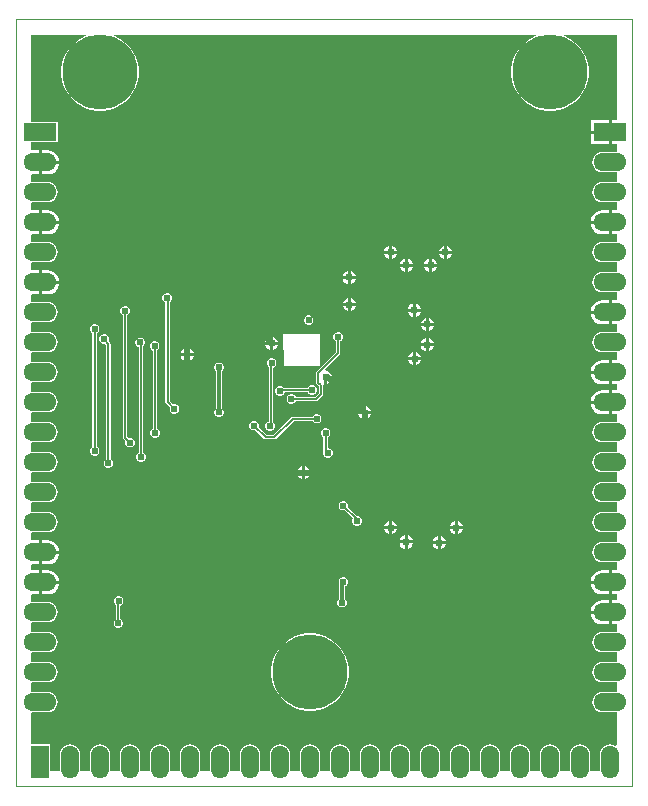
<source format=gbl>
G04*
G04 #@! TF.GenerationSoftware,Altium Limited,Altium Designer,22.1.2 (22)*
G04*
G04 Layer_Physical_Order=2*
G04 Layer_Color=16711680*
%FSLAX25Y25*%
%MOIN*%
G70*
G04*
G04 #@! TF.SameCoordinates,E10519B3-167D-45EA-A28F-B3D4EE67A307*
G04*
G04*
G04 #@! TF.FilePolarity,Positive*
G04*
G01*
G75*
%ADD14C,0.01200*%
%ADD15C,0.00400*%
%ADD31C,0.02000*%
%ADD32C,0.00600*%
%ADD34C,0.25000*%
%ADD35O,0.11000X0.06000*%
%ADD36R,0.11000X0.06000*%
%ADD37O,0.06000X0.11000*%
%ADD38R,0.06000X0.11000*%
%ADD39C,0.02400*%
G36*
X300257Y322000D02*
X298500D01*
Y318000D01*
Y314000D01*
X300257D01*
Y311429D01*
X295500D01*
X294612Y311313D01*
X293785Y310970D01*
X293075Y310425D01*
X292530Y309715D01*
X292188Y308888D01*
X292071Y308000D01*
X292188Y307112D01*
X292530Y306285D01*
X293075Y305575D01*
X293785Y305030D01*
X294612Y304688D01*
X295500Y304571D01*
X300257D01*
Y301429D01*
X295500D01*
X294612Y301312D01*
X293785Y300970D01*
X293075Y300425D01*
X292530Y299715D01*
X292188Y298888D01*
X292071Y298000D01*
X292188Y297112D01*
X292530Y296285D01*
X293075Y295575D01*
X293785Y295030D01*
X294612Y294688D01*
X295500Y294571D01*
X300257D01*
Y292035D01*
X298500D01*
Y288000D01*
Y283965D01*
X300257D01*
Y281429D01*
X295500D01*
X294612Y281312D01*
X293785Y280970D01*
X293075Y280425D01*
X292530Y279715D01*
X292188Y278888D01*
X292071Y278000D01*
X292188Y277112D01*
X292530Y276285D01*
X293075Y275575D01*
X293785Y275030D01*
X294612Y274688D01*
X295500Y274571D01*
X300257D01*
Y271429D01*
X295500D01*
X294612Y271312D01*
X293785Y270970D01*
X293075Y270425D01*
X292530Y269715D01*
X292188Y268888D01*
X292071Y268000D01*
X292188Y267112D01*
X292530Y266285D01*
X293075Y265575D01*
X293785Y265030D01*
X294612Y264687D01*
X295500Y264571D01*
X300257D01*
Y262035D01*
X298500D01*
Y258000D01*
Y253965D01*
X300257D01*
Y251429D01*
X295500D01*
X294612Y251312D01*
X293785Y250970D01*
X293075Y250425D01*
X292530Y249715D01*
X292188Y248888D01*
X292071Y248000D01*
X292188Y247112D01*
X292530Y246285D01*
X293075Y245575D01*
X293785Y245030D01*
X294612Y244688D01*
X295500Y244571D01*
X300257D01*
Y242035D01*
X298500D01*
Y238000D01*
Y233965D01*
X300257D01*
Y232034D01*
X298500D01*
Y228000D01*
Y223966D01*
X300257D01*
Y221429D01*
X295500D01*
X294612Y221312D01*
X293785Y220970D01*
X293075Y220425D01*
X292530Y219715D01*
X292188Y218888D01*
X292071Y218000D01*
X292188Y217112D01*
X292530Y216285D01*
X293075Y215575D01*
X293785Y215030D01*
X294612Y214687D01*
X295500Y214571D01*
X300257D01*
Y211429D01*
X295500D01*
X294612Y211313D01*
X293785Y210970D01*
X293075Y210425D01*
X292530Y209715D01*
X292188Y208888D01*
X292071Y208000D01*
X292188Y207112D01*
X292530Y206285D01*
X293075Y205575D01*
X293785Y205030D01*
X294612Y204688D01*
X295500Y204571D01*
X300257D01*
Y201429D01*
X295500D01*
X294612Y201312D01*
X293785Y200970D01*
X293075Y200425D01*
X292530Y199715D01*
X292188Y198888D01*
X292071Y198000D01*
X292188Y197112D01*
X292530Y196285D01*
X293075Y195575D01*
X293785Y195030D01*
X294612Y194687D01*
X295500Y194571D01*
X300257D01*
Y191429D01*
X295500D01*
X294612Y191313D01*
X293785Y190970D01*
X293075Y190425D01*
X292530Y189715D01*
X292188Y188888D01*
X292071Y188000D01*
X292188Y187112D01*
X292530Y186285D01*
X293075Y185575D01*
X293785Y185030D01*
X294612Y184687D01*
X295500Y184571D01*
X300257D01*
Y181429D01*
X295500D01*
X294612Y181313D01*
X293785Y180970D01*
X293075Y180425D01*
X292530Y179715D01*
X292188Y178888D01*
X292071Y178000D01*
X292188Y177112D01*
X292530Y176285D01*
X293075Y175575D01*
X293785Y175030D01*
X294612Y174688D01*
X295500Y174571D01*
X300257D01*
Y172035D01*
X298500D01*
Y168000D01*
Y163965D01*
X300257D01*
Y162034D01*
X298500D01*
Y158000D01*
Y153965D01*
X300257D01*
Y151429D01*
X295500D01*
X294612Y151312D01*
X293785Y150970D01*
X293075Y150425D01*
X292530Y149715D01*
X292188Y148888D01*
X292071Y148000D01*
X292188Y147112D01*
X292530Y146285D01*
X293075Y145575D01*
X293785Y145030D01*
X294612Y144687D01*
X295500Y144571D01*
X300257D01*
Y141429D01*
X295500D01*
X294612Y141313D01*
X293785Y140970D01*
X293075Y140425D01*
X292530Y139715D01*
X292188Y138888D01*
X292071Y138000D01*
X292188Y137112D01*
X292530Y136285D01*
X293075Y135575D01*
X293785Y135030D01*
X294612Y134687D01*
X295500Y134571D01*
X300257D01*
Y131429D01*
X295500D01*
X294612Y131313D01*
X293785Y130970D01*
X293075Y130425D01*
X292530Y129715D01*
X292188Y128888D01*
X292071Y128000D01*
X292188Y127112D01*
X292530Y126285D01*
X293075Y125575D01*
X293785Y125030D01*
X294612Y124688D01*
X295500Y124571D01*
X300257D01*
Y113619D01*
X299809Y113398D01*
X299715Y113470D01*
X298888Y113812D01*
X298000Y113929D01*
X297112Y113812D01*
X296285Y113470D01*
X295575Y112925D01*
X295030Y112215D01*
X294688Y111388D01*
X294571Y110500D01*
Y105500D01*
X294581Y105419D01*
X294252Y105043D01*
X291748D01*
X291419Y105419D01*
X291429Y105500D01*
Y110500D01*
X291313Y111388D01*
X290970Y112215D01*
X290425Y112925D01*
X289715Y113470D01*
X288888Y113812D01*
X288000Y113929D01*
X287112Y113812D01*
X286285Y113470D01*
X285575Y112925D01*
X285030Y112215D01*
X284687Y111388D01*
X284571Y110500D01*
Y105500D01*
X284581Y105419D01*
X284252Y105043D01*
X281748D01*
X281419Y105419D01*
X281429Y105500D01*
Y110500D01*
X281312Y111388D01*
X280970Y112215D01*
X280425Y112925D01*
X279715Y113470D01*
X278888Y113812D01*
X278000Y113929D01*
X277112Y113812D01*
X276285Y113470D01*
X275575Y112925D01*
X275030Y112215D01*
X274688Y111388D01*
X274571Y110500D01*
Y105500D01*
X274581Y105419D01*
X274252Y105043D01*
X271748D01*
X271419Y105419D01*
X271429Y105500D01*
Y110500D01*
X271312Y111388D01*
X270970Y112215D01*
X270425Y112925D01*
X269715Y113470D01*
X268888Y113812D01*
X268000Y113929D01*
X267112Y113812D01*
X266285Y113470D01*
X265575Y112925D01*
X265030Y112215D01*
X264687Y111388D01*
X264571Y110500D01*
Y105500D01*
X264581Y105419D01*
X264252Y105043D01*
X261748D01*
X261419Y105419D01*
X261429Y105500D01*
Y110500D01*
X261313Y111388D01*
X260970Y112215D01*
X260425Y112925D01*
X259715Y113470D01*
X258888Y113812D01*
X258000Y113929D01*
X257112Y113812D01*
X256285Y113470D01*
X255575Y112925D01*
X255030Y112215D01*
X254688Y111388D01*
X254571Y110500D01*
Y105500D01*
X254581Y105419D01*
X254252Y105043D01*
X251748D01*
X251419Y105419D01*
X251429Y105500D01*
Y110500D01*
X251312Y111388D01*
X250970Y112215D01*
X250425Y112925D01*
X249715Y113470D01*
X248888Y113812D01*
X248000Y113929D01*
X247112Y113812D01*
X246285Y113470D01*
X245575Y112925D01*
X245030Y112215D01*
X244688Y111388D01*
X244571Y110500D01*
Y105500D01*
X244581Y105419D01*
X244252Y105043D01*
X241748D01*
X241419Y105419D01*
X241429Y105500D01*
Y110500D01*
X241313Y111388D01*
X240970Y112215D01*
X240425Y112925D01*
X239715Y113470D01*
X238888Y113812D01*
X238000Y113929D01*
X237112Y113812D01*
X236285Y113470D01*
X235575Y112925D01*
X235030Y112215D01*
X234687Y111388D01*
X234571Y110500D01*
Y105500D01*
X234581Y105419D01*
X234252Y105043D01*
X231748D01*
X231419Y105419D01*
X231429Y105500D01*
Y110500D01*
X231312Y111388D01*
X230970Y112215D01*
X230425Y112925D01*
X229715Y113470D01*
X228888Y113812D01*
X228000Y113929D01*
X227112Y113812D01*
X226285Y113470D01*
X225575Y112925D01*
X225030Y112215D01*
X224688Y111388D01*
X224571Y110500D01*
Y105500D01*
X224581Y105419D01*
X224252Y105043D01*
X221748D01*
X221419Y105419D01*
X221429Y105500D01*
Y110500D01*
X221312Y111388D01*
X220970Y112215D01*
X220425Y112925D01*
X219715Y113470D01*
X218888Y113812D01*
X218000Y113929D01*
X217112Y113812D01*
X216285Y113470D01*
X215575Y112925D01*
X215030Y112215D01*
X214687Y111388D01*
X214571Y110500D01*
Y105500D01*
X214581Y105419D01*
X214252Y105043D01*
X211748D01*
X211419Y105419D01*
X211429Y105500D01*
Y110500D01*
X211313Y111388D01*
X210970Y112215D01*
X210425Y112925D01*
X209715Y113470D01*
X208888Y113812D01*
X208000Y113929D01*
X207112Y113812D01*
X206285Y113470D01*
X205575Y112925D01*
X205030Y112215D01*
X204688Y111388D01*
X204571Y110500D01*
Y105500D01*
X204581Y105419D01*
X204252Y105043D01*
X201748D01*
X201419Y105419D01*
X201429Y105500D01*
Y110500D01*
X201312Y111388D01*
X200970Y112215D01*
X200425Y112925D01*
X199715Y113470D01*
X198888Y113812D01*
X198000Y113929D01*
X197112Y113812D01*
X196285Y113470D01*
X195575Y112925D01*
X195030Y112215D01*
X194687Y111388D01*
X194571Y110500D01*
Y105500D01*
X194581Y105419D01*
X194252Y105043D01*
X191748D01*
X191419Y105419D01*
X191429Y105500D01*
Y110500D01*
X191313Y111388D01*
X190970Y112215D01*
X190425Y112925D01*
X189715Y113470D01*
X188888Y113812D01*
X188000Y113929D01*
X187112Y113812D01*
X186285Y113470D01*
X185575Y112925D01*
X185030Y112215D01*
X184687Y111388D01*
X184571Y110500D01*
Y105500D01*
X184581Y105419D01*
X184252Y105043D01*
X181748D01*
X181419Y105419D01*
X181429Y105500D01*
Y110500D01*
X181313Y111388D01*
X180970Y112215D01*
X180425Y112925D01*
X179715Y113470D01*
X178888Y113812D01*
X178000Y113929D01*
X177112Y113812D01*
X176285Y113470D01*
X175575Y112925D01*
X175030Y112215D01*
X174688Y111388D01*
X174571Y110500D01*
Y105500D01*
X174581Y105419D01*
X174252Y105043D01*
X171748D01*
X171419Y105419D01*
X171429Y105500D01*
Y110500D01*
X171312Y111388D01*
X170970Y112215D01*
X170425Y112925D01*
X169715Y113470D01*
X168888Y113812D01*
X168000Y113929D01*
X167112Y113812D01*
X166285Y113470D01*
X165575Y112925D01*
X165030Y112215D01*
X164688Y111388D01*
X164571Y110500D01*
Y105500D01*
X164581Y105419D01*
X164252Y105043D01*
X161748D01*
X161419Y105419D01*
X161429Y105500D01*
Y110500D01*
X161312Y111388D01*
X160970Y112215D01*
X160425Y112925D01*
X159715Y113470D01*
X158888Y113812D01*
X158000Y113929D01*
X157112Y113812D01*
X156285Y113470D01*
X155575Y112925D01*
X155030Y112215D01*
X154688Y111388D01*
X154571Y110500D01*
Y105500D01*
X154581Y105419D01*
X154252Y105043D01*
X151748D01*
X151419Y105419D01*
X151429Y105500D01*
Y110500D01*
X151312Y111388D01*
X150970Y112215D01*
X150425Y112925D01*
X149715Y113470D01*
X148888Y113812D01*
X148000Y113929D01*
X147112Y113812D01*
X146285Y113470D01*
X145575Y112925D01*
X145030Y112215D01*
X144687Y111388D01*
X144571Y110500D01*
Y105500D01*
X144581Y105419D01*
X144252Y105043D01*
X141748D01*
X141419Y105419D01*
X141429Y105500D01*
Y110500D01*
X141313Y111388D01*
X140970Y112215D01*
X140425Y112925D01*
X139715Y113470D01*
X138888Y113812D01*
X138000Y113929D01*
X137112Y113812D01*
X136285Y113470D01*
X135575Y112925D01*
X135030Y112215D01*
X134687Y111388D01*
X134571Y110500D01*
Y105500D01*
X134581Y105419D01*
X134252Y105043D01*
X131748D01*
X131419Y105419D01*
X131429Y105500D01*
Y110500D01*
X131313Y111388D01*
X130970Y112215D01*
X130425Y112925D01*
X129715Y113470D01*
X128888Y113812D01*
X128000Y113929D01*
X127112Y113812D01*
X126285Y113470D01*
X125575Y112925D01*
X125030Y112215D01*
X124688Y111388D01*
X124571Y110500D01*
Y105500D01*
X124581Y105419D01*
X124252Y105043D01*
X121748D01*
X121419Y105419D01*
X121429Y105500D01*
Y110500D01*
X121312Y111388D01*
X120970Y112215D01*
X120425Y112925D01*
X119715Y113470D01*
X118888Y113812D01*
X118000Y113929D01*
X117112Y113812D01*
X116285Y113470D01*
X115575Y112925D01*
X115030Y112215D01*
X114688Y111388D01*
X114571Y110500D01*
Y105500D01*
X114581Y105419D01*
X114252Y105043D01*
X111400D01*
Y113900D01*
X105043D01*
Y124252D01*
X105419Y124581D01*
X105500Y124571D01*
X110500D01*
X111388Y124688D01*
X112215Y125030D01*
X112925Y125575D01*
X113470Y126285D01*
X113812Y127112D01*
X113929Y128000D01*
X113812Y128888D01*
X113470Y129715D01*
X112925Y130425D01*
X112215Y130970D01*
X111388Y131313D01*
X110500Y131429D01*
X105500D01*
X105419Y131419D01*
X105043Y131748D01*
Y134252D01*
X105419Y134581D01*
X105500Y134571D01*
X110500D01*
X111388Y134687D01*
X112215Y135030D01*
X112925Y135575D01*
X113470Y136285D01*
X113812Y137112D01*
X113929Y138000D01*
X113812Y138888D01*
X113470Y139715D01*
X112925Y140425D01*
X112215Y140970D01*
X111388Y141313D01*
X110500Y141429D01*
X105500D01*
X105419Y141419D01*
X105043Y141748D01*
Y144252D01*
X105419Y144581D01*
X105500Y144571D01*
X110500D01*
X111388Y144687D01*
X112215Y145030D01*
X112925Y145575D01*
X113470Y146285D01*
X113812Y147112D01*
X113929Y148000D01*
X113812Y148888D01*
X113470Y149715D01*
X112925Y150425D01*
X112215Y150970D01*
X111388Y151312D01*
X110500Y151429D01*
X105500D01*
X105419Y151419D01*
X105043Y151748D01*
Y154252D01*
X105419Y154581D01*
X105500Y154571D01*
X110500D01*
X111388Y154688D01*
X112215Y155030D01*
X112925Y155575D01*
X113470Y156285D01*
X113812Y157112D01*
X113929Y158000D01*
X113812Y158888D01*
X113470Y159715D01*
X112925Y160425D01*
X112215Y160970D01*
X111388Y161312D01*
X110500Y161429D01*
X105500D01*
X105419Y161419D01*
X105043Y161748D01*
Y163646D01*
X105419Y163976D01*
X105500Y163965D01*
X107500D01*
Y168000D01*
Y172035D01*
X105500D01*
X105419Y172024D01*
X105043Y172353D01*
Y173646D01*
X105419Y173976D01*
X105500Y173966D01*
X107500D01*
Y178000D01*
Y182035D01*
X105500D01*
X105419Y182024D01*
X105043Y182353D01*
Y184252D01*
X105419Y184581D01*
X105500Y184571D01*
X110500D01*
X111388Y184687D01*
X112215Y185030D01*
X112925Y185575D01*
X113470Y186285D01*
X113812Y187112D01*
X113929Y188000D01*
X113812Y188888D01*
X113470Y189715D01*
X112925Y190425D01*
X112215Y190970D01*
X111388Y191313D01*
X110500Y191429D01*
X105500D01*
X105419Y191419D01*
X105043Y191748D01*
Y194252D01*
X105419Y194581D01*
X105500Y194571D01*
X110500D01*
X111388Y194687D01*
X112215Y195030D01*
X112925Y195575D01*
X113470Y196285D01*
X113812Y197112D01*
X113929Y198000D01*
X113812Y198888D01*
X113470Y199715D01*
X112925Y200425D01*
X112215Y200970D01*
X111388Y201312D01*
X110500Y201429D01*
X105500D01*
X105419Y201419D01*
X105043Y201748D01*
Y204252D01*
X105419Y204581D01*
X105500Y204571D01*
X110500D01*
X111388Y204688D01*
X112215Y205030D01*
X112925Y205575D01*
X113470Y206285D01*
X113812Y207112D01*
X113929Y208000D01*
X113812Y208888D01*
X113470Y209715D01*
X112925Y210425D01*
X112215Y210970D01*
X111388Y211313D01*
X110500Y211429D01*
X105500D01*
X105419Y211419D01*
X105043Y211748D01*
Y214252D01*
X105419Y214581D01*
X105500Y214571D01*
X110500D01*
X111388Y214687D01*
X112215Y215030D01*
X112925Y215575D01*
X113470Y216285D01*
X113812Y217112D01*
X113929Y218000D01*
X113812Y218888D01*
X113470Y219715D01*
X112925Y220425D01*
X112215Y220970D01*
X111388Y221312D01*
X110500Y221429D01*
X105500D01*
X105419Y221419D01*
X105043Y221748D01*
Y224252D01*
X105419Y224581D01*
X105500Y224571D01*
X110500D01*
X111388Y224688D01*
X112215Y225030D01*
X112925Y225575D01*
X113470Y226285D01*
X113812Y227112D01*
X113929Y228000D01*
X113812Y228888D01*
X113470Y229715D01*
X112925Y230425D01*
X112215Y230970D01*
X111388Y231312D01*
X110500Y231429D01*
X105500D01*
X105419Y231419D01*
X105043Y231748D01*
Y234252D01*
X105419Y234581D01*
X105500Y234571D01*
X110500D01*
X111388Y234687D01*
X112215Y235030D01*
X112925Y235575D01*
X113470Y236285D01*
X113812Y237112D01*
X113929Y238000D01*
X113812Y238888D01*
X113470Y239715D01*
X112925Y240425D01*
X112215Y240970D01*
X111388Y241313D01*
X110500Y241429D01*
X105500D01*
X105419Y241419D01*
X105043Y241748D01*
Y244252D01*
X105419Y244581D01*
X105500Y244571D01*
X110500D01*
X111388Y244688D01*
X112215Y245030D01*
X112925Y245575D01*
X113470Y246285D01*
X113812Y247112D01*
X113929Y248000D01*
X113812Y248888D01*
X113470Y249715D01*
X112925Y250425D01*
X112215Y250970D01*
X111388Y251312D01*
X110500Y251429D01*
X105500D01*
X105419Y251419D01*
X105043Y251748D01*
Y254252D01*
X105419Y254581D01*
X105500Y254571D01*
X110500D01*
X111388Y254688D01*
X112215Y255030D01*
X112925Y255575D01*
X113470Y256285D01*
X113812Y257112D01*
X113929Y258000D01*
X113812Y258888D01*
X113470Y259715D01*
X112925Y260425D01*
X112215Y260970D01*
X111388Y261313D01*
X110500Y261429D01*
X105500D01*
X105419Y261419D01*
X105043Y261748D01*
Y263647D01*
X105419Y263976D01*
X105500Y263966D01*
X107500D01*
Y268000D01*
Y272035D01*
X105500D01*
X105419Y272024D01*
X105043Y272354D01*
Y274252D01*
X105419Y274581D01*
X105500Y274571D01*
X110500D01*
X111388Y274688D01*
X112215Y275030D01*
X112925Y275575D01*
X113470Y276285D01*
X113812Y277112D01*
X113929Y278000D01*
X113812Y278888D01*
X113470Y279715D01*
X112925Y280425D01*
X112215Y280970D01*
X111388Y281312D01*
X110500Y281429D01*
X105500D01*
X105419Y281419D01*
X105043Y281748D01*
Y283646D01*
X105419Y283976D01*
X105500Y283965D01*
X107500D01*
Y288000D01*
Y292035D01*
X105500D01*
X105419Y292024D01*
X105043Y292354D01*
Y294252D01*
X105419Y294581D01*
X105500Y294571D01*
X110500D01*
X111388Y294688D01*
X112215Y295030D01*
X112925Y295575D01*
X113470Y296285D01*
X113812Y297112D01*
X113929Y298000D01*
X113812Y298888D01*
X113470Y299715D01*
X112925Y300425D01*
X112215Y300970D01*
X111388Y301312D01*
X110500Y301429D01*
X105500D01*
X105419Y301419D01*
X105043Y301748D01*
Y303646D01*
X105419Y303976D01*
X105500Y303965D01*
X107500D01*
Y308000D01*
Y312035D01*
X105500D01*
X105419Y312024D01*
X105043Y312353D01*
Y314600D01*
X113900D01*
Y321400D01*
X105043D01*
Y350557D01*
X123303D01*
X123381Y350063D01*
X123048Y349955D01*
X121239Y349033D01*
X119596Y347840D01*
X118160Y346404D01*
X116967Y344761D01*
X116045Y342952D01*
X115418Y341021D01*
X115100Y339015D01*
Y336985D01*
X115418Y334979D01*
X116045Y333048D01*
X116967Y331239D01*
X118160Y329596D01*
X119596Y328160D01*
X121239Y326967D01*
X123048Y326045D01*
X124979Y325418D01*
X126985Y325100D01*
X129015D01*
X131021Y325418D01*
X132952Y326045D01*
X134761Y326967D01*
X136404Y328160D01*
X137840Y329596D01*
X139033Y331239D01*
X139955Y333048D01*
X140582Y334979D01*
X140900Y336985D01*
Y339015D01*
X140582Y341021D01*
X139955Y342952D01*
X139033Y344761D01*
X137840Y346404D01*
X136404Y347840D01*
X134761Y349033D01*
X132952Y349955D01*
X132619Y350063D01*
X132697Y350557D01*
X273303D01*
X273381Y350063D01*
X273048Y349955D01*
X271239Y349033D01*
X269596Y347840D01*
X268160Y346404D01*
X266967Y344761D01*
X266045Y342952D01*
X265418Y341021D01*
X265100Y339015D01*
Y336985D01*
X265418Y334979D01*
X266045Y333048D01*
X266967Y331239D01*
X268160Y329596D01*
X269596Y328160D01*
X271239Y326967D01*
X273048Y326045D01*
X274979Y325418D01*
X276985Y325100D01*
X279015D01*
X281021Y325418D01*
X282952Y326045D01*
X284761Y326967D01*
X286404Y328160D01*
X287840Y329596D01*
X289033Y331239D01*
X289955Y333048D01*
X290582Y334979D01*
X290900Y336985D01*
Y339015D01*
X290582Y341021D01*
X289955Y342952D01*
X289033Y344761D01*
X287840Y346404D01*
X286404Y347840D01*
X284761Y349033D01*
X282952Y349955D01*
X282619Y350063D01*
X282697Y350557D01*
X300257D01*
Y322000D01*
D02*
G37*
%LPC*%
G36*
X297500D02*
X291500D01*
Y318500D01*
X297500D01*
Y322000D01*
D02*
G37*
G36*
Y317500D02*
X291500D01*
Y314000D01*
X297500D01*
Y317500D01*
D02*
G37*
G36*
X110500Y312035D02*
X108500D01*
Y308500D01*
X114469D01*
X114397Y309044D01*
X113994Y310017D01*
X113353Y310853D01*
X112517Y311494D01*
X111544Y311897D01*
X110500Y312035D01*
D02*
G37*
G36*
X114469Y307500D02*
X108500D01*
Y303965D01*
X110500D01*
X111544Y304103D01*
X112517Y304506D01*
X113353Y305147D01*
X113994Y305983D01*
X114397Y306956D01*
X114469Y307500D01*
D02*
G37*
G36*
X297500Y292035D02*
X295500D01*
X294456Y291897D01*
X293483Y291494D01*
X292647Y290853D01*
X292006Y290017D01*
X291603Y289044D01*
X291531Y288500D01*
X297500D01*
Y292035D01*
D02*
G37*
G36*
X110500D02*
X108500D01*
Y288500D01*
X114469D01*
X114397Y289044D01*
X113994Y290017D01*
X113353Y290853D01*
X112517Y291494D01*
X111544Y291897D01*
X110500Y292035D01*
D02*
G37*
G36*
X297500Y287500D02*
X291531D01*
X291603Y286956D01*
X292006Y285983D01*
X292647Y285147D01*
X293483Y284506D01*
X294456Y284103D01*
X295500Y283965D01*
X297500D01*
Y287500D01*
D02*
G37*
G36*
X114469D02*
X108500D01*
Y283965D01*
X110500D01*
X111544Y284103D01*
X112517Y284506D01*
X113353Y285147D01*
X113994Y285983D01*
X114397Y286956D01*
X114469Y287500D01*
D02*
G37*
G36*
X225400Y280174D02*
Y278500D01*
X227074D01*
X226765Y279246D01*
X226146Y279865D01*
X225400Y280174D01*
D02*
G37*
G36*
X224400D02*
X223654Y279865D01*
X223035Y279246D01*
X222726Y278500D01*
X224400D01*
Y280174D01*
D02*
G37*
G36*
X243600Y280074D02*
Y278400D01*
X245274D01*
X244965Y279146D01*
X244346Y279765D01*
X243600Y280074D01*
D02*
G37*
G36*
X242600D02*
X241854Y279765D01*
X241235Y279146D01*
X240926Y278400D01*
X242600D01*
Y280074D01*
D02*
G37*
G36*
X227074Y277500D02*
X225400D01*
Y275826D01*
X226146Y276135D01*
X226765Y276754D01*
X227074Y277500D01*
D02*
G37*
G36*
X224400D02*
X222726D01*
X223035Y276754D01*
X223654Y276135D01*
X224400Y275826D01*
Y277500D01*
D02*
G37*
G36*
X245274Y277400D02*
X243600D01*
Y275726D01*
X244346Y276035D01*
X244965Y276654D01*
X245274Y277400D01*
D02*
G37*
G36*
X242600D02*
X240926D01*
X241235Y276654D01*
X241854Y276035D01*
X242600Y275726D01*
Y277400D01*
D02*
G37*
G36*
X238700Y275874D02*
Y274200D01*
X240374D01*
X240065Y274946D01*
X239446Y275565D01*
X238700Y275874D01*
D02*
G37*
G36*
X237700D02*
X236954Y275565D01*
X236335Y274946D01*
X236026Y274200D01*
X237700D01*
Y275874D01*
D02*
G37*
G36*
X230600D02*
Y274200D01*
X232274D01*
X231965Y274946D01*
X231346Y275565D01*
X230600Y275874D01*
D02*
G37*
G36*
X229600D02*
X228854Y275565D01*
X228235Y274946D01*
X227926Y274200D01*
X229600D01*
Y275874D01*
D02*
G37*
G36*
X240374Y273200D02*
X238700D01*
Y271526D01*
X239446Y271835D01*
X240065Y272454D01*
X240374Y273200D01*
D02*
G37*
G36*
X237700D02*
X236026D01*
X236335Y272454D01*
X236954Y271835D01*
X237700Y271526D01*
Y273200D01*
D02*
G37*
G36*
X232274D02*
X230600D01*
Y271526D01*
X231346Y271835D01*
X231965Y272454D01*
X232274Y273200D01*
D02*
G37*
G36*
X229600D02*
X227926D01*
X228235Y272454D01*
X228854Y271835D01*
X229600Y271526D01*
Y273200D01*
D02*
G37*
G36*
X211500Y271774D02*
Y270100D01*
X213174D01*
X212865Y270846D01*
X212246Y271465D01*
X211500Y271774D01*
D02*
G37*
G36*
X210500D02*
X209754Y271465D01*
X209135Y270846D01*
X208826Y270100D01*
X210500D01*
Y271774D01*
D02*
G37*
G36*
X110500Y272035D02*
X108500D01*
Y268500D01*
X114469D01*
X114397Y269044D01*
X113994Y270017D01*
X113353Y270853D01*
X112517Y271494D01*
X111544Y271897D01*
X110500Y272035D01*
D02*
G37*
G36*
X213174Y269100D02*
X211500D01*
Y267426D01*
X212246Y267735D01*
X212865Y268354D01*
X213174Y269100D01*
D02*
G37*
G36*
X210500D02*
X208826D01*
X209135Y268354D01*
X209754Y267735D01*
X210500Y267426D01*
Y269100D01*
D02*
G37*
G36*
X114469Y267500D02*
X108500D01*
Y263966D01*
X110500D01*
X111544Y264103D01*
X112517Y264506D01*
X113353Y265147D01*
X113994Y265983D01*
X114397Y266956D01*
X114469Y267500D01*
D02*
G37*
G36*
X211600Y262674D02*
Y261000D01*
X213274D01*
X212965Y261746D01*
X212346Y262365D01*
X211600Y262674D01*
D02*
G37*
G36*
X210600D02*
X209854Y262365D01*
X209235Y261746D01*
X208926Y261000D01*
X210600D01*
Y262674D01*
D02*
G37*
G36*
X233200Y260874D02*
Y259200D01*
X234874D01*
X234565Y259946D01*
X233946Y260565D01*
X233200Y260874D01*
D02*
G37*
G36*
X232200D02*
X231454Y260565D01*
X230835Y259946D01*
X230526Y259200D01*
X232200D01*
Y260874D01*
D02*
G37*
G36*
X297500Y262035D02*
X295500D01*
X294456Y261897D01*
X293483Y261494D01*
X292647Y260853D01*
X292006Y260017D01*
X291603Y259044D01*
X291531Y258500D01*
X297500D01*
Y262035D01*
D02*
G37*
G36*
X213274Y260000D02*
X211600D01*
Y258326D01*
X212346Y258635D01*
X212965Y259254D01*
X213274Y260000D01*
D02*
G37*
G36*
X210600D02*
X208926D01*
X209235Y259254D01*
X209854Y258635D01*
X210600Y258326D01*
Y260000D01*
D02*
G37*
G36*
X234874Y258200D02*
X233200D01*
Y256526D01*
X233946Y256835D01*
X234565Y257454D01*
X234874Y258200D01*
D02*
G37*
G36*
X232200D02*
X230526D01*
X230835Y257454D01*
X231454Y256835D01*
X232200Y256526D01*
Y258200D01*
D02*
G37*
G36*
X237600Y256074D02*
Y254400D01*
X239274D01*
X238965Y255146D01*
X238346Y255765D01*
X237600Y256074D01*
D02*
G37*
G36*
X236600D02*
X235854Y255765D01*
X235235Y255146D01*
X234926Y254400D01*
X236600D01*
Y256074D01*
D02*
G37*
G36*
X297500Y257500D02*
X291531D01*
X291603Y256956D01*
X292006Y255983D01*
X292647Y255147D01*
X293483Y254506D01*
X294456Y254103D01*
X295500Y253965D01*
X297500D01*
Y257500D01*
D02*
G37*
G36*
X197856Y256900D02*
X197219D01*
X196631Y256656D01*
X196181Y256206D01*
X195937Y255618D01*
Y254982D01*
X196181Y254394D01*
X196631Y253944D01*
X197219Y253700D01*
X197856D01*
X198444Y253944D01*
X198894Y254394D01*
X199137Y254982D01*
Y255618D01*
X198894Y256206D01*
X198444Y256656D01*
X197856Y256900D01*
D02*
G37*
G36*
X239274Y253400D02*
X237600D01*
Y251726D01*
X238346Y252035D01*
X238965Y252654D01*
X239274Y253400D01*
D02*
G37*
G36*
X236600D02*
X234926D01*
X235235Y252654D01*
X235854Y252035D01*
X236600Y251726D01*
Y253400D01*
D02*
G37*
G36*
X185700Y249774D02*
Y248100D01*
X187374D01*
X187065Y248846D01*
X186446Y249465D01*
X185700Y249774D01*
D02*
G37*
G36*
X184700D02*
X183954Y249465D01*
X183335Y248846D01*
X183026Y248100D01*
X184700D01*
Y249774D01*
D02*
G37*
G36*
X237500Y249274D02*
Y247600D01*
X239174D01*
X238865Y248346D01*
X238246Y248965D01*
X237500Y249274D01*
D02*
G37*
G36*
X236500D02*
X235754Y248965D01*
X235135Y248346D01*
X234826Y247600D01*
X236500D01*
Y249274D01*
D02*
G37*
G36*
X187374Y247100D02*
X185700D01*
Y245426D01*
X186446Y245735D01*
X187065Y246354D01*
X187374Y247100D01*
D02*
G37*
G36*
X184700D02*
X183026D01*
X183335Y246354D01*
X183954Y245735D01*
X184700Y245426D01*
Y247100D01*
D02*
G37*
G36*
X239174Y246600D02*
X237500D01*
Y244926D01*
X238246Y245235D01*
X238865Y245854D01*
X239174Y246600D01*
D02*
G37*
G36*
X236500D02*
X234826D01*
X235135Y245854D01*
X235754Y245235D01*
X236500Y244926D01*
Y246600D01*
D02*
G37*
G36*
X157500Y246074D02*
Y244400D01*
X159174D01*
X158865Y245146D01*
X158246Y245765D01*
X157500Y246074D01*
D02*
G37*
G36*
X156500D02*
X155754Y245765D01*
X155135Y245146D01*
X154826Y244400D01*
X156500D01*
Y246074D01*
D02*
G37*
G36*
X233400Y244674D02*
Y243000D01*
X235074D01*
X234765Y243746D01*
X234146Y244365D01*
X233400Y244674D01*
D02*
G37*
G36*
X232400D02*
X231654Y244365D01*
X231035Y243746D01*
X230726Y243000D01*
X232400D01*
Y244674D01*
D02*
G37*
G36*
X159174Y243400D02*
X157500D01*
Y241726D01*
X158246Y242035D01*
X158865Y242654D01*
X159174Y243400D01*
D02*
G37*
G36*
X156500D02*
X154826D01*
X155135Y242654D01*
X155754Y242035D01*
X156500Y241726D01*
Y243400D01*
D02*
G37*
G36*
X235074Y242000D02*
X233400D01*
Y240326D01*
X234146Y240635D01*
X234765Y241254D01*
X235074Y242000D01*
D02*
G37*
G36*
X232400D02*
X230726D01*
X231035Y241254D01*
X231654Y240635D01*
X232400Y240326D01*
Y242000D01*
D02*
G37*
G36*
X207718Y251300D02*
X207082D01*
X206494Y251056D01*
X206044Y250606D01*
X205800Y250018D01*
Y249382D01*
X206044Y248794D01*
X206494Y248344D01*
X206686Y248264D01*
Y244696D01*
X201765Y239774D01*
X201400Y240117D01*
X201400Y240452D01*
Y250700D01*
X189000D01*
X189400Y240000D01*
X200946D01*
X201284Y240000D01*
X201625Y239635D01*
X200295Y238305D01*
X200141Y238073D01*
X200086Y237800D01*
Y234500D01*
X200141Y234227D01*
X200295Y233995D01*
X200886Y233404D01*
Y230896D01*
X199804Y229814D01*
X193236D01*
X193156Y230006D01*
X192706Y230456D01*
X192118Y230700D01*
X191482D01*
X190894Y230456D01*
X190444Y230006D01*
X190200Y229418D01*
Y228782D01*
X190444Y228194D01*
X190894Y227744D01*
X191482Y227500D01*
X192118D01*
X192706Y227744D01*
X193156Y228194D01*
X193236Y228386D01*
X200100D01*
X200373Y228441D01*
X200605Y228595D01*
X202105Y230095D01*
X202259Y230327D01*
X202314Y230600D01*
Y233700D01*
X202304Y233749D01*
X202700Y234103D01*
Y236300D01*
X203200D01*
Y236800D01*
X205374D01*
X205065Y237546D01*
X204446Y238165D01*
X203638Y238500D01*
X203217D01*
X203009Y239000D01*
X207905Y243895D01*
X208059Y244127D01*
X208114Y244400D01*
Y248264D01*
X208306Y248344D01*
X208756Y248794D01*
X209000Y249382D01*
Y250018D01*
X208756Y250606D01*
X208306Y251056D01*
X207718Y251300D01*
D02*
G37*
G36*
X297500Y242035D02*
X295500D01*
X294456Y241897D01*
X293483Y241494D01*
X292647Y240853D01*
X292006Y240017D01*
X291603Y239044D01*
X291531Y238500D01*
X297500D01*
Y242035D01*
D02*
G37*
G36*
X205374Y235800D02*
X203700D01*
Y234126D01*
X204446Y234435D01*
X205065Y235054D01*
X205374Y235800D01*
D02*
G37*
G36*
X297500Y237500D02*
X291531D01*
X291603Y236956D01*
X292006Y235983D01*
X292647Y235147D01*
X293483Y234506D01*
X294456Y234103D01*
X295500Y233965D01*
X297500D01*
Y237500D01*
D02*
G37*
G36*
X199018Y233600D02*
X198382D01*
X197794Y233356D01*
X197344Y232906D01*
X197264Y232714D01*
X189249D01*
X188906Y233056D01*
X188318Y233300D01*
X187682D01*
X187094Y233056D01*
X186644Y232606D01*
X186400Y232018D01*
Y231382D01*
X186644Y230794D01*
X187094Y230344D01*
X187682Y230100D01*
X188318D01*
X188906Y230344D01*
X189356Y230794D01*
X189560Y231286D01*
X197264D01*
X197344Y231094D01*
X197794Y230644D01*
X198382Y230400D01*
X199018D01*
X199606Y230644D01*
X200056Y231094D01*
X200300Y231682D01*
Y232318D01*
X200056Y232906D01*
X199606Y233356D01*
X199018Y233600D01*
D02*
G37*
G36*
X297500Y232034D02*
X295500D01*
X294456Y231897D01*
X293483Y231494D01*
X292647Y230853D01*
X292006Y230017D01*
X291603Y229044D01*
X291531Y228500D01*
X297500D01*
Y232034D01*
D02*
G37*
G36*
X216700Y226674D02*
Y225000D01*
X218374D01*
X218065Y225746D01*
X217446Y226365D01*
X216700Y226674D01*
D02*
G37*
G36*
X215700D02*
X214954Y226365D01*
X214335Y225746D01*
X214026Y225000D01*
X215700D01*
Y226674D01*
D02*
G37*
G36*
X150718Y264300D02*
X150082D01*
X149494Y264056D01*
X149044Y263606D01*
X148800Y263018D01*
Y262382D01*
X149044Y261794D01*
X149494Y261344D01*
X149786Y261222D01*
Y228100D01*
X149841Y227827D01*
X149995Y227595D01*
X151280Y226311D01*
X151200Y226118D01*
Y225482D01*
X151444Y224894D01*
X151894Y224444D01*
X152482Y224200D01*
X153118D01*
X153706Y224444D01*
X154156Y224894D01*
X154400Y225482D01*
Y226118D01*
X154156Y226706D01*
X153706Y227156D01*
X153118Y227400D01*
X152482D01*
X152289Y227320D01*
X151214Y228396D01*
Y261305D01*
X151306Y261344D01*
X151756Y261794D01*
X152000Y262382D01*
Y263018D01*
X151756Y263606D01*
X151306Y264056D01*
X150718Y264300D01*
D02*
G37*
G36*
X297500Y227500D02*
X291531D01*
X291603Y226956D01*
X292006Y225983D01*
X292647Y225147D01*
X293483Y224506D01*
X294456Y224103D01*
X295500Y223966D01*
X297500D01*
Y227500D01*
D02*
G37*
G36*
X167918Y241200D02*
X167282D01*
X166694Y240956D01*
X166244Y240506D01*
X166000Y239918D01*
Y239282D01*
X166244Y238694D01*
X166580Y238357D01*
Y225843D01*
X166244Y225506D01*
X166000Y224918D01*
Y224282D01*
X166244Y223694D01*
X166694Y223244D01*
X167282Y223000D01*
X167918D01*
X168506Y223244D01*
X168956Y223694D01*
X169200Y224282D01*
Y224918D01*
X168956Y225506D01*
X168620Y225843D01*
Y238357D01*
X168956Y238694D01*
X169200Y239282D01*
Y239918D01*
X168956Y240506D01*
X168506Y240956D01*
X167918Y241200D01*
D02*
G37*
G36*
X218374Y224000D02*
X216700D01*
Y222326D01*
X217446Y222635D01*
X218065Y223254D01*
X218374Y224000D01*
D02*
G37*
G36*
X215700D02*
X214026D01*
X214335Y223254D01*
X214954Y222635D01*
X215700Y222326D01*
Y224000D01*
D02*
G37*
G36*
X185518Y242600D02*
X184882D01*
X184294Y242356D01*
X183844Y241906D01*
X183600Y241318D01*
Y240682D01*
X183844Y240094D01*
X184186Y239751D01*
Y221561D01*
X183694Y221356D01*
X183244Y220906D01*
X183000Y220318D01*
Y219682D01*
X183244Y219094D01*
X183694Y218644D01*
X184282Y218400D01*
X184918D01*
X185506Y218644D01*
X185956Y219094D01*
X186200Y219682D01*
Y220318D01*
X185956Y220906D01*
X185614Y221249D01*
Y239440D01*
X186106Y239644D01*
X186556Y240094D01*
X186800Y240682D01*
Y241318D01*
X186556Y241906D01*
X186106Y242356D01*
X185518Y242600D01*
D02*
G37*
G36*
X200518Y224100D02*
X199882D01*
X199294Y223856D01*
X198844Y223406D01*
X198764Y223214D01*
X192300D01*
X192027Y223159D01*
X191795Y223005D01*
X185804Y217014D01*
X183496D01*
X180820Y219689D01*
X180900Y219882D01*
Y220518D01*
X180656Y221106D01*
X180206Y221556D01*
X179618Y221800D01*
X178982D01*
X178394Y221556D01*
X177944Y221106D01*
X177700Y220518D01*
Y219882D01*
X177944Y219294D01*
X178394Y218844D01*
X178982Y218600D01*
X179618D01*
X179811Y218680D01*
X182695Y215795D01*
X182927Y215641D01*
X183200Y215586D01*
X186100D01*
X186373Y215641D01*
X186605Y215795D01*
X192596Y221786D01*
X198764D01*
X198844Y221594D01*
X199294Y221144D01*
X199882Y220900D01*
X200518D01*
X201106Y221144D01*
X201556Y221594D01*
X201800Y222182D01*
Y222818D01*
X201556Y223406D01*
X201106Y223856D01*
X200518Y224100D01*
D02*
G37*
G36*
X146518Y248300D02*
X145882D01*
X145294Y248056D01*
X144844Y247606D01*
X144600Y247018D01*
Y246382D01*
X144844Y245794D01*
X145294Y245344D01*
X145586Y245222D01*
Y219195D01*
X145494Y219156D01*
X145044Y218706D01*
X144800Y218118D01*
Y217482D01*
X145044Y216894D01*
X145494Y216444D01*
X146082Y216200D01*
X146718D01*
X147306Y216444D01*
X147756Y216894D01*
X148000Y217482D01*
Y218118D01*
X147756Y218706D01*
X147306Y219156D01*
X147014Y219278D01*
Y245305D01*
X147106Y245344D01*
X147556Y245794D01*
X147800Y246382D01*
Y247018D01*
X147556Y247606D01*
X147106Y248056D01*
X146518Y248300D01*
D02*
G37*
G36*
X136718Y260100D02*
X136082D01*
X135494Y259856D01*
X135044Y259406D01*
X134800Y258818D01*
Y258182D01*
X135044Y257594D01*
X135494Y257144D01*
X135686Y257064D01*
Y216100D01*
X135741Y215827D01*
X135895Y215595D01*
X136480Y215011D01*
X136400Y214818D01*
Y214182D01*
X136644Y213594D01*
X137094Y213144D01*
X137682Y212900D01*
X138318D01*
X138906Y213144D01*
X139356Y213594D01*
X139600Y214182D01*
Y214818D01*
X139356Y215406D01*
X138906Y215856D01*
X138318Y216100D01*
X137682D01*
X137489Y216020D01*
X137114Y216396D01*
Y257064D01*
X137306Y257144D01*
X137756Y257594D01*
X138000Y258182D01*
Y258818D01*
X137756Y259406D01*
X137306Y259856D01*
X136718Y260100D01*
D02*
G37*
G36*
X126516Y253981D02*
X125879D01*
X125291Y253738D01*
X124841Y253288D01*
X124598Y252699D01*
Y252063D01*
X124841Y251475D01*
X125291Y251025D01*
X125485Y250944D01*
Y213236D01*
X125294Y213156D01*
X124844Y212706D01*
X124600Y212118D01*
Y211482D01*
X124844Y210894D01*
X125294Y210444D01*
X125882Y210200D01*
X126518D01*
X127106Y210444D01*
X127556Y210894D01*
X127800Y211482D01*
Y212118D01*
X127556Y212706D01*
X127106Y213156D01*
X126912Y213237D01*
Y250945D01*
X127104Y251025D01*
X127554Y251475D01*
X127797Y252063D01*
Y252699D01*
X127554Y253288D01*
X127104Y253738D01*
X126516Y253981D01*
D02*
G37*
G36*
X203518Y219400D02*
X202882D01*
X202294Y219156D01*
X201844Y218706D01*
X201600Y218118D01*
Y217482D01*
X201844Y216894D01*
X202294Y216444D01*
X202486Y216364D01*
Y211768D01*
X202300Y211318D01*
Y210682D01*
X202544Y210094D01*
X202994Y209644D01*
X203582Y209400D01*
X204218D01*
X204806Y209644D01*
X205256Y210094D01*
X205500Y210682D01*
Y211318D01*
X205256Y211906D01*
X204806Y212356D01*
X204218Y212600D01*
X203914D01*
Y216364D01*
X204106Y216444D01*
X204556Y216894D01*
X204800Y217482D01*
Y218118D01*
X204556Y218706D01*
X204106Y219156D01*
X203518Y219400D01*
D02*
G37*
G36*
X141718Y249500D02*
X141082D01*
X140494Y249256D01*
X140044Y248806D01*
X139800Y248218D01*
Y247582D01*
X140044Y246994D01*
X140494Y246544D01*
X140836Y246402D01*
Y211174D01*
X140794Y211156D01*
X140344Y210706D01*
X140100Y210118D01*
Y209482D01*
X140344Y208894D01*
X140794Y208444D01*
X141382Y208200D01*
X142018D01*
X142606Y208444D01*
X143056Y208894D01*
X143300Y209482D01*
Y210118D01*
X143056Y210706D01*
X142606Y211156D01*
X142264Y211298D01*
Y246526D01*
X142306Y246544D01*
X142756Y246994D01*
X143000Y247582D01*
Y248218D01*
X142756Y248806D01*
X142306Y249256D01*
X141718Y249500D01*
D02*
G37*
G36*
X129718Y250700D02*
X129082D01*
X128494Y250456D01*
X128044Y250006D01*
X127800Y249418D01*
Y248782D01*
X128044Y248194D01*
X128494Y247744D01*
X129082Y247500D01*
X129718D01*
X130086Y247172D01*
Y209036D01*
X129894Y208956D01*
X129444Y208506D01*
X129200Y207918D01*
Y207282D01*
X129444Y206694D01*
X129894Y206244D01*
X130482Y206000D01*
X131118D01*
X131706Y206244D01*
X132156Y206694D01*
X132400Y207282D01*
Y207918D01*
X132156Y208506D01*
X131706Y208956D01*
X131514Y209036D01*
Y247530D01*
X131459Y247803D01*
X131305Y248035D01*
X130870Y248469D01*
X131000Y248782D01*
Y249418D01*
X130756Y250006D01*
X130306Y250456D01*
X129718Y250700D01*
D02*
G37*
G36*
X196400Y206674D02*
Y205000D01*
X198074D01*
X197765Y205746D01*
X197146Y206365D01*
X196400Y206674D01*
D02*
G37*
G36*
X195400D02*
X194654Y206365D01*
X194035Y205746D01*
X193726Y205000D01*
X195400D01*
Y206674D01*
D02*
G37*
G36*
X198074Y204000D02*
X196400D01*
Y202326D01*
X197146Y202635D01*
X197765Y203254D01*
X198074Y204000D01*
D02*
G37*
G36*
X195400D02*
X193726D01*
X194035Y203254D01*
X194654Y202635D01*
X195400Y202326D01*
Y204000D01*
D02*
G37*
G36*
X209418Y195100D02*
X208782D01*
X208194Y194856D01*
X207744Y194406D01*
X207500Y193818D01*
Y193182D01*
X207744Y192594D01*
X208194Y192144D01*
X208782Y191900D01*
X209418D01*
X209611Y191980D01*
X212264Y189327D01*
X212244Y189306D01*
X212000Y188718D01*
Y188082D01*
X212244Y187494D01*
X212694Y187044D01*
X213282Y186800D01*
X213918D01*
X214506Y187044D01*
X214956Y187494D01*
X215200Y188082D01*
Y188718D01*
X214956Y189306D01*
X214506Y189756D01*
X213918Y190000D01*
X213609D01*
X210620Y192989D01*
X210700Y193182D01*
Y193818D01*
X210456Y194406D01*
X210006Y194856D01*
X209418Y195100D01*
D02*
G37*
G36*
X225400Y188374D02*
Y186700D01*
X227074D01*
X226765Y187446D01*
X226146Y188065D01*
X225400Y188374D01*
D02*
G37*
G36*
X224400D02*
X223654Y188065D01*
X223035Y187446D01*
X222726Y186700D01*
X224400D01*
Y188374D01*
D02*
G37*
G36*
X247200Y188274D02*
Y186600D01*
X248874D01*
X248565Y187346D01*
X247946Y187965D01*
X247200Y188274D01*
D02*
G37*
G36*
X246200D02*
X245454Y187965D01*
X244835Y187346D01*
X244526Y186600D01*
X246200D01*
Y188274D01*
D02*
G37*
G36*
X227074Y185700D02*
X225400D01*
Y184026D01*
X226146Y184335D01*
X226765Y184954D01*
X227074Y185700D01*
D02*
G37*
G36*
X224400D02*
X222726D01*
X223035Y184954D01*
X223654Y184335D01*
X224400Y184026D01*
Y185700D01*
D02*
G37*
G36*
X248874Y185600D02*
X247200D01*
Y183926D01*
X247946Y184235D01*
X248565Y184854D01*
X248874Y185600D01*
D02*
G37*
G36*
X246200D02*
X244526D01*
X244835Y184854D01*
X245454Y184235D01*
X246200Y183926D01*
Y185600D01*
D02*
G37*
G36*
X230500Y183574D02*
Y181900D01*
X232174D01*
X231865Y182646D01*
X231246Y183265D01*
X230500Y183574D01*
D02*
G37*
G36*
X229500D02*
X228754Y183265D01*
X228135Y182646D01*
X227826Y181900D01*
X229500D01*
Y183574D01*
D02*
G37*
G36*
X241500Y183274D02*
Y181600D01*
X243174D01*
X242865Y182346D01*
X242246Y182965D01*
X241500Y183274D01*
D02*
G37*
G36*
X240500D02*
X239754Y182965D01*
X239135Y182346D01*
X238826Y181600D01*
X240500D01*
Y183274D01*
D02*
G37*
G36*
X232174Y180900D02*
X230500D01*
Y179226D01*
X231246Y179535D01*
X231865Y180154D01*
X232174Y180900D01*
D02*
G37*
G36*
X229500D02*
X227826D01*
X228135Y180154D01*
X228754Y179535D01*
X229500Y179226D01*
Y180900D01*
D02*
G37*
G36*
X243174Y180600D02*
X241500D01*
Y178926D01*
X242246Y179235D01*
X242865Y179854D01*
X243174Y180600D01*
D02*
G37*
G36*
X240500D02*
X238826D01*
X239135Y179854D01*
X239754Y179235D01*
X240500Y178926D01*
Y180600D01*
D02*
G37*
G36*
X110500Y182035D02*
X108500D01*
Y178500D01*
X114469D01*
X114397Y179044D01*
X113994Y180017D01*
X113353Y180853D01*
X112517Y181494D01*
X111544Y181897D01*
X110500Y182035D01*
D02*
G37*
G36*
X114469Y177500D02*
X108500D01*
Y173966D01*
X110500D01*
X111544Y174103D01*
X112517Y174506D01*
X113353Y175147D01*
X113994Y175983D01*
X114397Y176956D01*
X114469Y177500D01*
D02*
G37*
G36*
X297500Y172035D02*
X295500D01*
X294456Y171897D01*
X293483Y171494D01*
X292647Y170853D01*
X292006Y170017D01*
X291603Y169044D01*
X291531Y168500D01*
X297500D01*
Y172035D01*
D02*
G37*
G36*
X110500D02*
X108500D01*
Y168500D01*
X114469D01*
X114397Y169044D01*
X113994Y170017D01*
X113353Y170853D01*
X112517Y171494D01*
X111544Y171897D01*
X110500Y172035D01*
D02*
G37*
G36*
X297500Y167500D02*
X291531D01*
X291603Y166956D01*
X292006Y165983D01*
X292647Y165147D01*
X293483Y164506D01*
X294456Y164103D01*
X295500Y163965D01*
X297500D01*
Y167500D01*
D02*
G37*
G36*
X114469D02*
X108500D01*
Y163965D01*
X110500D01*
X111544Y164103D01*
X112517Y164506D01*
X113353Y165147D01*
X113994Y165983D01*
X114397Y166956D01*
X114469Y167500D01*
D02*
G37*
G36*
X209418Y169700D02*
X208782D01*
X208194Y169456D01*
X207744Y169006D01*
X207500Y168418D01*
Y167782D01*
X207680Y167346D01*
Y162443D01*
X207344Y162106D01*
X207100Y161518D01*
Y160882D01*
X207344Y160294D01*
X207794Y159844D01*
X208382Y159600D01*
X209018D01*
X209606Y159844D01*
X210056Y160294D01*
X210300Y160882D01*
Y161518D01*
X210056Y162106D01*
X209720Y162443D01*
Y166625D01*
X210006Y166744D01*
X210456Y167194D01*
X210700Y167782D01*
Y168418D01*
X210456Y169006D01*
X210006Y169456D01*
X209418Y169700D01*
D02*
G37*
G36*
X297500Y162034D02*
X295500D01*
X294456Y161897D01*
X293483Y161494D01*
X292647Y160853D01*
X292006Y160017D01*
X291603Y159044D01*
X291531Y158500D01*
X297500D01*
Y162034D01*
D02*
G37*
G36*
Y157500D02*
X291531D01*
X291603Y156956D01*
X292006Y155983D01*
X292647Y155147D01*
X293483Y154506D01*
X294456Y154103D01*
X295500Y153965D01*
X297500D01*
Y157500D01*
D02*
G37*
G36*
X134518Y163300D02*
X133882D01*
X133294Y163056D01*
X132844Y162606D01*
X132600Y162018D01*
Y161382D01*
X132844Y160794D01*
X133294Y160344D01*
X133386Y160305D01*
Y155736D01*
X133194Y155656D01*
X132744Y155206D01*
X132500Y154618D01*
Y153982D01*
X132744Y153394D01*
X133194Y152944D01*
X133782Y152700D01*
X134418D01*
X135006Y152944D01*
X135456Y153394D01*
X135700Y153982D01*
Y154618D01*
X135456Y155206D01*
X135006Y155656D01*
X134814Y155736D01*
Y160222D01*
X135106Y160344D01*
X135556Y160794D01*
X135800Y161382D01*
Y162018D01*
X135556Y162606D01*
X135106Y163056D01*
X134518Y163300D01*
D02*
G37*
G36*
X199015Y150900D02*
X196985D01*
X194979Y150582D01*
X193048Y149955D01*
X191239Y149033D01*
X189596Y147840D01*
X188160Y146404D01*
X186967Y144761D01*
X186045Y142952D01*
X185418Y141021D01*
X185100Y139015D01*
Y136985D01*
X185418Y134979D01*
X186045Y133048D01*
X186967Y131239D01*
X188160Y129596D01*
X189596Y128160D01*
X191239Y126967D01*
X193048Y126045D01*
X194979Y125418D01*
X196985Y125100D01*
X199015D01*
X201021Y125418D01*
X202952Y126045D01*
X204761Y126967D01*
X206404Y128160D01*
X207840Y129596D01*
X209033Y131239D01*
X209955Y133048D01*
X210582Y134979D01*
X210900Y136985D01*
Y139015D01*
X210582Y141021D01*
X209955Y142952D01*
X209033Y144761D01*
X207840Y146404D01*
X206404Y147840D01*
X204761Y149033D01*
X202952Y149955D01*
X201021Y150582D01*
X199015Y150900D01*
D02*
G37*
%LPD*%
D14*
X208700Y161200D02*
Y167700D01*
X209100Y168100D01*
X167600Y224600D02*
Y239600D01*
D15*
X100000Y100000D02*
Y355600D01*
X305300D01*
Y100000D02*
Y355600D01*
X100000Y100000D02*
X305300D01*
D31*
X203276Y236224D02*
X204476D01*
X203200Y236300D02*
X203276Y236224D01*
X204476D02*
X216200Y224500D01*
X213100Y204500D02*
X216200Y207600D01*
Y224500D01*
X195900Y204500D02*
X213100D01*
X164300D02*
X195900D01*
X157000Y211800D02*
X164300Y204500D01*
X157000Y211800D02*
Y243900D01*
X177900Y254900D02*
X185200Y247600D01*
X158172Y254900D02*
X177900D01*
X157000Y243900D02*
Y253728D01*
X158172Y254900D01*
D32*
X126198Y252381D02*
X126199Y252380D01*
Y211801D02*
X126200Y211800D01*
X126199Y211801D02*
Y252380D01*
X130800Y207600D02*
Y247530D01*
X213600Y188400D02*
Y189000D01*
X209100Y193500D02*
X213600Y189000D01*
X203200Y211700D02*
Y217800D01*
Y211700D02*
X203900Y211000D01*
X192300Y222500D02*
X200200D01*
X146200Y246700D02*
X146300Y246600D01*
Y217900D02*
X146400Y217800D01*
X146300Y217900D02*
Y246600D01*
X136400Y216100D02*
X138000Y214500D01*
X136400Y216100D02*
Y258500D01*
X200800Y234500D02*
Y237800D01*
X188300Y232000D02*
X198700D01*
X200800Y237800D02*
X207400Y244400D01*
X200800Y234500D02*
X201600Y233700D01*
X188000Y231700D02*
X188300Y232000D01*
X201600Y230600D02*
Y233700D01*
X200100Y229100D02*
X201600Y230600D01*
X207400Y244400D02*
Y249700D01*
X191800Y229100D02*
X200100D01*
X150500Y228100D02*
Y262600D01*
X150400Y262700D02*
X150500Y262600D01*
Y228100D02*
X152800Y225800D01*
X179300Y220200D02*
X183200Y216300D01*
X186100D01*
X141550Y209950D02*
Y247750D01*
Y209950D02*
X141700Y209800D01*
X141400Y247900D02*
X141550Y247750D01*
X186100Y216300D02*
X192300Y222500D01*
X184900Y220300D02*
Y240700D01*
X184600Y220000D02*
X184900Y220300D01*
Y240700D02*
X185200Y241000D01*
X129400Y248930D02*
Y249100D01*
Y248930D02*
X130800Y247530D01*
X134200Y161400D02*
Y161700D01*
X134100Y161300D02*
X134200Y161400D01*
X134100Y154300D02*
Y161300D01*
D34*
X278000Y338000D02*
D03*
X128000D02*
D03*
X198000Y138000D02*
D03*
D35*
X298000Y128000D02*
D03*
Y138000D02*
D03*
Y148000D02*
D03*
Y158000D02*
D03*
Y168000D02*
D03*
Y178000D02*
D03*
Y188000D02*
D03*
Y198000D02*
D03*
Y208000D02*
D03*
Y218000D02*
D03*
Y228000D02*
D03*
Y238000D02*
D03*
Y248000D02*
D03*
Y258000D02*
D03*
Y268000D02*
D03*
Y278000D02*
D03*
Y288000D02*
D03*
Y298000D02*
D03*
Y308000D02*
D03*
X108000Y128000D02*
D03*
Y138000D02*
D03*
Y148000D02*
D03*
Y158000D02*
D03*
Y168000D02*
D03*
Y178000D02*
D03*
Y188000D02*
D03*
Y198000D02*
D03*
Y208000D02*
D03*
Y218000D02*
D03*
Y228000D02*
D03*
Y238000D02*
D03*
Y248000D02*
D03*
Y258000D02*
D03*
Y268000D02*
D03*
Y278000D02*
D03*
Y288000D02*
D03*
Y298000D02*
D03*
Y308000D02*
D03*
D36*
X298000Y318000D02*
D03*
X108000D02*
D03*
D37*
X298000Y108000D02*
D03*
X288000D02*
D03*
X278000D02*
D03*
X268000D02*
D03*
X258000D02*
D03*
X248000D02*
D03*
X238000D02*
D03*
X228000D02*
D03*
X218000D02*
D03*
X208000D02*
D03*
X198000D02*
D03*
X188000D02*
D03*
X178000D02*
D03*
X168000D02*
D03*
X158000D02*
D03*
X148000D02*
D03*
X138000D02*
D03*
X128000D02*
D03*
X118000D02*
D03*
D38*
X108000D02*
D03*
D39*
X126200Y211800D02*
D03*
X130800Y207600D02*
D03*
X213600Y188400D02*
D03*
X209100Y193500D02*
D03*
X203900Y211000D02*
D03*
X203200Y217800D02*
D03*
X200200Y222500D02*
D03*
X209100Y168100D02*
D03*
X208700Y161200D02*
D03*
X246700Y186100D02*
D03*
X230000Y181400D02*
D03*
X224900Y186200D02*
D03*
X241000Y181100D02*
D03*
X146400Y217800D02*
D03*
X138000Y214500D02*
D03*
X203200Y236300D02*
D03*
X198700Y232000D02*
D03*
X197537Y255300D02*
D03*
X150400Y262700D02*
D03*
X152800Y225800D02*
D03*
X179300Y220200D02*
D03*
X184600Y220000D02*
D03*
X167600Y224600D02*
D03*
Y239600D02*
D03*
X157000Y243900D02*
D03*
X207400Y249700D02*
D03*
X185200Y241000D02*
D03*
X224900Y278000D02*
D03*
X243100Y277900D02*
D03*
X238200Y273700D02*
D03*
X230100D02*
D03*
X211100Y260500D02*
D03*
X211000Y269600D02*
D03*
X232900Y242500D02*
D03*
X232700Y258700D02*
D03*
X237100Y253900D02*
D03*
X237000Y247100D02*
D03*
X216200Y224500D02*
D03*
X195900Y204500D02*
D03*
X134200Y161700D02*
D03*
X134100Y154300D02*
D03*
X188000Y231700D02*
D03*
X191800Y229100D02*
D03*
X146200Y246700D02*
D03*
X185200Y247600D02*
D03*
X141400Y247900D02*
D03*
X129400Y249100D02*
D03*
X126198Y252381D02*
D03*
X141700Y209800D02*
D03*
X136400Y258500D02*
D03*
M02*

</source>
